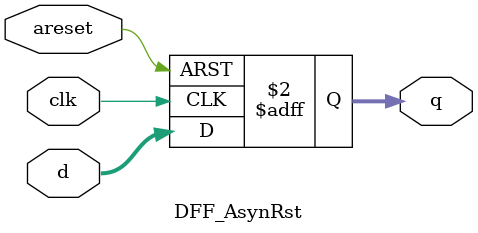
<source format=v>
`timescale 1ns / 1ps


module DFF_AsynRst(
    input clk,
    input areset,
    input [7:0] d,
    output reg [7:0] q
    );
    always @ (posedge clk or posedge areset) begin
    if(areset)
    q<=0;
    else
    q<=d;
    end
endmodule

</source>
